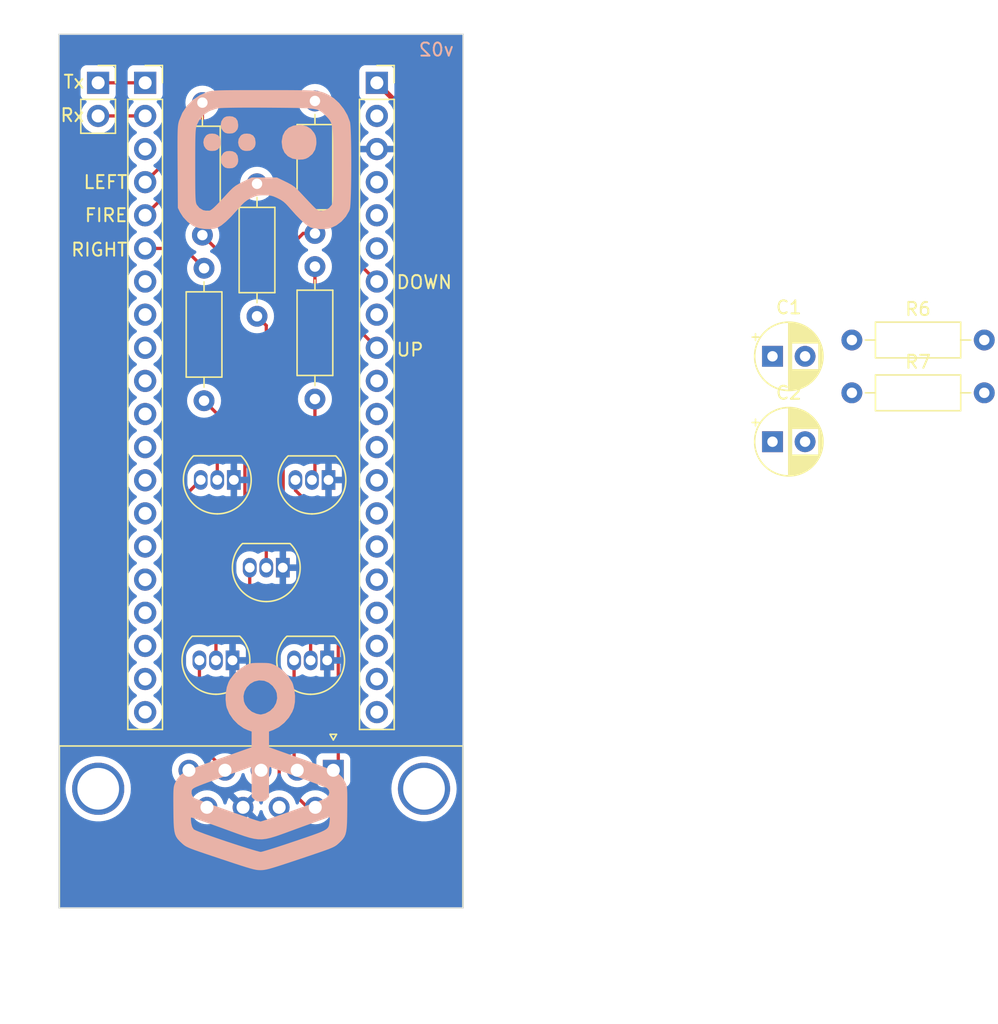
<source format=kicad_pcb>
(kicad_pcb (version 20240108) (generator "pcbnew") (generator_version "8.0")
  (title_block (title "USB Controller to C64") (date "2023-11-26") (rev "v02"))
  (layers (0 "F.Cu" signal) (31 "B.Cu" signal) (34 "B.Paste" user) (35 "F.Paste" user) (36 "B.SilkS" user "B.Silkscreen") (37 "F.SilkS" user "F.Silkscreen") (38 "B.Mask" user) (39 "F.Mask" user) (44 "Edge.Cuts" user))
  (net 0 "")
  (net 1 "GND")
  (net 2 "Net-(Q1-B)")
  (net 3 "Net-(Q2-B)")
  (net 4 "Net-(Q3-B)")
  (net 5 "Net-(Q4-B)")
  (net 6 "Net-(Q5-B)")
  (net 7 "/TX")
  (net 8 "/RX")
  (net 32 "/VBUS")
  (net 33 "/UP")
  (net 34 "/DOWN")
  (net 35 "/LEFT")
  (net 36 "/RIGHT")
  (net 37 "/POTAY")
  (net 38 "Net-(J1-Pin_4)")
  (net 39 "Net-(J1-Pin_5)")
  (net 40 "Net-(J1-Pin_6)")
  (net 41 "Net-(J2-Pin_7)")
  (net 48 "Net-(J2-Pin_9)")
  (net 51 "/FIRE")
  (net 52 "/POTAX")
  (net 53 "/LOW_POTAY")
  (net 54 "/LOW_POTAX")
  (net 55 "Net-(D1-A)")
  (net 56 "/PWM_AY")
  (net 57 "/PWM_AX")
  (footprint "Connector_PinSocket_2.54mm:PinSocket_1x20_P2.54mm_Vertical" (layer "F.Cu") (at 146.61 93.726)
    (property "Reference" "J1" (hide yes))
    (property "Value" "Conn_01x20_Socket")
    (pad "1" thru_hole rect (at 0 0) (size 1.7 1.7) (drill 1) (layers "*.Cu" "*.Mask") (net 7 "/TX"))
    (pad "2" thru_hole oval (at 0 2.54) (size 1.7 1.7) (drill 1) (layers "*.Cu" "*.Mask") (net 8 "/RX"))
    (pad "3" thru_hole oval (at 0 5.08) (size 1.7 1.7) (drill 1) (layers "*.Cu" "*.Mask"))
    (pad "4" thru_hole oval (at 0 7.62) (size 1.7 1.7) (drill 1) (layers "*.Cu" "*.Mask") (net 38 "Net-(J1-Pin_4)"))
    (pad "5" thru_hole oval (at 0 10.16) (size 1.7 1.7) (drill 1) (layers "*.Cu" "*.Mask") (net 39 "Net-(J1-Pin_5)"))
    (pad "6" thru_hole oval (at 0 12.7) (size 1.7 1.7) (drill 1) (layers "*.Cu" "*.Mask") (net 40 "Net-(J1-Pin_6)"))
    (pad "7" thru_hole oval (at 0 15.24) (size 1.7 1.7) (drill 1) (layers "*.Cu" "*.Mask"))
    (pad "8" thru_hole oval (at 0 17.78) (size 1.7 1.7) (drill 1) (layers "*.Cu" "*.Mask"))
    (pad "9" thru_hole oval (at 0 20.32) (size 1.7 1.7) (drill 1) (layers "*.Cu" "*.Mask"))
    (pad "10" thru_hole oval (at 0 22.86) (size 1.7 1.7) (drill 1) (layers "*.Cu" "*.Mask"))
    (pad "11" thru_hole oval (at 0 25.4) (size 1.7 1.7) (drill 1) (layers "*.Cu" "*.Mask"))
    (pad "12" thru_hole oval (at 0 27.94) (size 1.7 1.7) (drill 1) (layers "*.Cu" "*.Mask"))
    (pad "13" thru_hole oval (at 0 30.48) (size 1.7 1.7) (drill 1) (layers "*.Cu" "*.Mask"))
    (pad "14" thru_hole oval (at 0 33.02) (size 1.7 1.7) (drill 1) (layers "*.Cu" "*.Mask"))
    (pad "15" thru_hole oval (at 0 35.56) (size 1.7 1.7) (drill 1) (layers "*.Cu" "*.Mask"))
    (pad "16" thru_hole oval (at 0 38.1) (size 1.7 1.7) (drill 1) (layers "*.Cu" "*.Mask"))
    (pad "17" thru_hole oval (at 0 40.64) (size 1.7 1.7) (drill 1) (layers "*.Cu" "*.Mask"))
    (pad "18" thru_hole oval (at 0 43.18) (size 1.7 1.7) (drill 1) (layers "*.Cu" "*.Mask"))
    (pad "19" thru_hole oval (at 0 45.72) (size 1.7 1.7) (drill 1) (layers "*.Cu" "*.Mask"))
    (pad "20" thru_hole oval (at 0 48.26) (size 1.7 1.7) (drill 1) (layers "*.Cu" "*.Mask"))
  )
  (footprint "Capacitor_THT:CP_Radial_D5.0mm_P2.50mm" (layer "F.Cu") (at 194.749775 114.7)
    (property "Reference" "C1" (at 1.25 -3.75 0) (layer "F.SilkS"))
    (property "Value" "39pF")
    (pad "1" thru_hole rect (at 0 0) (size 1.6 1.6) (drill 0.8) (layers "*.Cu" "*.Mask") (net 53 "/LOW_POTAY"))
    (pad "2" thru_hole circle (at 2.5 0) (size 1.6 1.6) (drill 0.8) (layers "*.Cu" "*.Mask") (net 1 "GND"))
  )
  (footprint "Package_TO_SOT_THT:TO-92_Inline" (layer "F.Cu") (at 160.6804 124.185 180)
    (property "Reference" "Q5" (hide yes))
    (property "Value" "PN2222A")
    (pad "1" thru_hole rect (at 0 0 180) (size 1.05 1.5) (drill 0.75) (layers "*.Cu" "*.Mask") (net 1 "GND"))
    (pad "2" thru_hole oval (at 1.27 0 180) (size 1.05 1.5) (drill 0.75) (layers "*.Cu" "*.Mask") (net 6 "Net-(Q5-B)"))
    (pad "3" thru_hole oval (at 2.54 0 180) (size 1.05 1.5) (drill 0.75) (layers "*.Cu" "*.Mask") (net 33 "/UP"))
  )
  (footprint "Resistor_THT:R_Axial_DIN0207_L6.3mm_D2.5mm_P10.16mm_Horizontal" (layer "F.Cu") (at 200.84 113.45)
    (property "Reference" "R6" (at 5.08 -2.37 0) (layer "F.SilkS"))
    (property "Value" "1K")
    (pad "1" thru_hole circle (at 0 0) (size 1.6 1.6) (drill 0.8) (layers "*.Cu" "*.Mask") (net 56 "/PWM_AY"))
    (pad "2" thru_hole oval (at 10.16 0) (size 1.6 1.6) (drill 0.8) (layers "*.Cu" "*.Mask") (net 53 "/LOW_POTAY"))
  )
  (footprint "Package_TO_SOT_THT:TO-92_Inline" (layer "F.Cu") (at 153.416 124.1806 180)
    (property "Reference" "Q3" (hide yes))
    (property "Value" "PN2222A")
    (pad "1" thru_hole rect (at 0 0 180) (size 1.05 1.5) (drill 0.75) (layers "*.Cu" "*.Mask") (net 1 "GND"))
    (pad "2" thru_hole oval (at 1.27 0 180) (size 1.05 1.5) (drill 0.75) (layers "*.Cu" "*.Mask") (net 4 "Net-(Q3-B)"))
    (pad "3" thru_hole oval (at 2.54 0 180) (size 1.05 1.5) (drill 0.75) (layers "*.Cu" "*.Mask") (net 36 "/RIGHT"))
  )
  (footprint "Resistor_THT:R_Axial_DIN0207_L6.3mm_D2.5mm_P10.16mm_Horizontal" (layer "F.Cu") (at 155.194 101.4686 -90)
    (property "Reference" "R2" (hide yes))
    (property "Value" "22K")
    (pad "1" thru_hole circle (at 0 0 270) (size 1.6 1.6) (drill 0.8) (layers "*.Cu" "*.Mask") (net 39 "Net-(J1-Pin_5)"))
    (pad "2" thru_hole oval (at 10.16 0 270) (size 1.6 1.6) (drill 0.8) (layers "*.Cu" "*.Mask") (net 3 "Net-(Q2-B)"))
  )
  (footprint "Package_TO_SOT_THT:TO-92_Inline" (layer "F.Cu") (at 153.3144 138.0148 180)
    (property "Reference" "Q1" (hide yes))
    (property "Value" "PN2222A")
    (pad "1" thru_hole rect (at 0 0 180) (size 1.05 1.5) (drill 0.75) (layers "*.Cu" "*.Mask") (net 1 "GND"))
    (pad "2" thru_hole oval (at 1.27 0 180) (size 1.05 1.5) (drill 0.75) (layers "*.Cu" "*.Mask") (net 2 "Net-(Q1-B)"))
    (pad "3" thru_hole oval (at 2.54 0 180) (size 1.05 1.5) (drill 0.75) (layers "*.Cu" "*.Mask") (net 35 "/LEFT"))
  )
  (footprint "Connector_Dsub:DSUB-9_Female_Horizontal_P2.77x2.84mm_EdgePinOffset7.70mm_Housed_MountingHolesOffset9.12mm" (layer "F.Cu") (at 161.0488 146.442869)
    (property "Reference" "J6" (hide yes))
    (property "Value" "DE9_Receptacle")
    (pad "0" thru_hole circle (at -18.04 1.42) (size 4 4) (drill 3.2) (layers "*.Cu" "*.Mask"))
    (pad "0" thru_hole circle (at 6.96 1.42) (size 4 4) (drill 3.2) (layers "*.Cu" "*.Mask"))
    (pad "1" thru_hole rect (at 0 0) (size 1.6 1.6) (drill 1) (layers "*.Cu" "*.Mask") (net 33 "/UP"))
    (pad "2" thru_hole circle (at -2.77 0) (size 1.6 1.6) (drill 1) (layers "*.Cu" "*.Mask") (net 34 "/DOWN"))
    (pad "3" thru_hole circle (at -5.54 0) (size 1.6 1.6) (drill 1) (layers "*.Cu" "*.Mask") (net 35 "/LEFT"))
    (pad "4" thru_hole circle (at -8.31 0) (size 1.6 1.6) (drill 1) (layers "*.Cu" "*.Mask") (net 36 "/RIGHT"))
    (pad "5" thru_hole circle (at -11.08 0) (size 1.6 1.6) (drill 1) (layers "*.Cu" "*.Mask") (net 37 "/POTAY"))
    (pad "6" thru_hole circle (at -1.385 2.84) (size 1.6 1.6) (drill 1) (layers "*.Cu" "*.Mask") (net 51 "/FIRE"))
    (pad "7" thru_hole circle (at -4.155 2.84) (size 1.6 1.6) (drill 1) (layers "*.Cu" "*.Mask") (net 55 "Net-(D1-A)"))
    (pad "8" thru_hole circle (at -6.925 2.84) (size 1.6 1.6) (drill 1) (layers "*.Cu" "*.Mask") (net 1 "GND"))
    (pad "9" thru_hole circle (at -9.695 2.84) (size 1.6 1.6) (drill 1) (layers "*.Cu" "*.Mask") (net 52 "/POTAX"))
  )
  (footprint "Resistor_THT:R_Axial_DIN0207_L6.3mm_D2.5mm_P10.16mm_Horizontal" (layer "F.Cu") (at 151.003 95.2456 -90)
    (property "Reference" "R1" (hide yes))
    (property "Value" "22K")
    (pad "1" thru_hole circle (at 0 0 270) (size 1.6 1.6) (drill 0.8) (layers "*.Cu" "*.Mask") (net 38 "Net-(J1-Pin_4)"))
    (pad "2" thru_hole oval (at 10.16 0 270) (size 1.6 1.6) (drill 0.8) (layers "*.Cu" "*.Mask") (net 2 "Net-(Q1-B)"))
  )
  (footprint "Resistor_THT:R_Axial_DIN0207_L6.3mm_D2.5mm_P10.16mm_Horizontal" (layer "F.Cu") (at 200.84 117.5)
    (property "Reference" "R7" (at 5.08 -2.37 0) (layer "F.SilkS"))
    (property "Value" "1K")
    (pad "1" thru_hole circle (at 0 0) (size 1.6 1.6) (drill 0.8) (layers "*.Cu" "*.Mask") (net 57 "/PWM_AX"))
    (pad "2" thru_hole oval (at 10.16 0) (size 1.6 1.6) (drill 0.8) (layers "*.Cu" "*.Mask") (net 54 "/LOW_POTAX"))
  )
  (footprint "Resistor_THT:R_Axial_DIN0207_L6.3mm_D2.5mm_P10.16mm_Horizontal" (layer "F.Cu") (at 151.13 107.9456 -90)
    (property "Reference" "R3" (hide yes))
    (property "Value" "22K")
    (pad "1" thru_hole circle (at 0 0 270) (size 1.6 1.6) (drill 0.8) (layers "*.Cu" "*.Mask") (net 40 "Net-(J1-Pin_6)"))
    (pad "2" thru_hole oval (at 10.16 0 270) (size 1.6 1.6) (drill 0.8) (layers "*.Cu" "*.Mask") (net 4 "Net-(Q3-B)"))
  )
  (footprint "Package_TO_SOT_THT:TO-92_Inline" (layer "F.Cu") (at 157.1752 130.9072 180)
    (property "Reference" "Q2" (hide yes))
    (property "Value" "PN2222A")
    (pad "1" thru_hole rect (at 0 0 180) (size 1.05 1.5) (drill 0.75) (layers "*.Cu" "*.Mask") (net 1 "GND"))
    (pad "2" thru_hole oval (at 1.27 0 180) (size 1.05 1.5) (drill 0.75) (layers "*.Cu" "*.Mask") (net 3 "Net-(Q2-B)"))
    (pad "3" thru_hole oval (at 2.54 0 180) (size 1.05 1.5) (drill 0.75) (layers "*.Cu" "*.Mask") (net 51 "/FIRE"))
  )
  (footprint "Resistor_THT:R_Axial_DIN0207_L6.3mm_D2.5mm_P10.16mm_Horizontal" (layer "F.Cu") (at 159.639 95.1186 -90)
    (property "Reference" "R4" (hide yes))
    (property "Value" "22K")
    (pad "1" thru_hole circle (at 0 0 270) (size 1.6 1.6) (drill 0.8) (layers "*.Cu" "*.Mask") (net 41 "Net-(J2-Pin_7)"))
    (pad "2" thru_hole oval (at 10.16 0 270) (size 1.6 1.6) (drill 0.8) (layers "*.Cu" "*.Mask") (net 5 "Net-(Q4-B)"))
  )
  (footprint "Resistor_THT:R_Axial_DIN0207_L6.3mm_D2.5mm_P10.16mm_Horizontal" (layer "F.Cu") (at 159.639 107.8186 -90)
    (property "Reference" "R5" (hide yes))
    (property "Value" "22K")
    (pad "1" thru_hole circle (at 0 0 270) (size 1.6 1.6) (drill 0.8) (layers "*.Cu" "*.Mask") (net 48 "Net-(J2-Pin_9)"))
    (pad "2" thru_hole oval (at 10.16 0 270) (size 1.6 1.6) (drill 0.8) (layers "*.Cu" "*.Mask") (net 6 "Net-(Q5-B)"))
  )
  (footprint "Package_TO_SOT_THT:TO-92_Inline" (layer "F.Cu") (at 160.5788 138.0192 180)
    (property "Reference" "Q4" (hide yes))
    (property "Value" "PN2222A")
    (pad "1" thru_hole rect (at 0 0 180) (size 1.05 1.5) (drill 0.75) (layers "*.Cu" "*.Mask") (net 1 "GND"))
    (pad "2" thru_hole oval (at 1.27 0 180) (size 1.05 1.5) (drill 0.75) (layers "*.Cu" "*.Mask") (net 5 "Net-(Q4-B)"))
    (pad "3" thru_hole oval (at 2.54 0 180) (size 1.05 1.5) (drill 0.75) (layers "*.Cu" "*.Mask") (net 34 "/DOWN"))
  )
  (footprint "Connector_PinSocket_2.54mm:PinSocket_1x02_P2.54mm_Vertical" (layer "F.Cu") (at 143.002 93.726)
    (property "Reference" "J5" (hide yes))
    (property "Value" "Conn_01x02_Socket")
    (pad "1" thru_hole rect (at 0 0) (size 1.7 1.7) (drill 1) (layers "*.Cu" "*.Mask") (net 7 "/TX"))
    (pad "2" thru_hole oval (at 0 2.54) (size 1.7 1.7) (drill 1) (layers "*.Cu" "*.Mask") (net 8 "/RX"))
  )
  (footprint "Capacitor_THT:CP_Radial_D5.0mm_P2.50mm" (layer "F.Cu") (at 194.749775 121.25)
    (property "Reference" "C2" (at 1.25 -3.75 0) (layer "F.SilkS"))
    (property "Value" "39pF")
    (pad "1" thru_hole rect (at 0 0) (size 1.6 1.6) (drill 0.8) (layers "*.Cu" "*.Mask") (net 54 "/LOW_POTAX"))
    (pad "2" thru_hole circle (at 2.5 0) (size 1.6 1.6) (drill 0.8) (layers "*.Cu" "*.Mask") (net 1 "GND"))
  )
  (footprint "Connector_PinSocket_2.54mm:PinSocket_1x20_P2.54mm_Vertical" (layer "F.Cu") (at 164.39 93.726)
    (property "Reference" "J2" (hide yes))
    (property "Value" "Conn_01x20_Socket")
    (pad "1" thru_hole rect (at 0 0) (size 1.7 1.7) (drill 1) (layers "*.Cu" "*.Mask") (net 32 "/VBUS"))
    (pad "2" thru_hole oval (at 0 2.54) (size 1.7 1.7) (drill 1) (layers "*.Cu" "*.Mask"))
    (pad "3" thru_hole oval (at 0 5.08) (size 1.7 1.7) (drill 1) (layers "*.Cu" "*.Mask") (net 1 "GND"))
    (pad "4" thru_hole oval (at 0 7.62) (size 1.7 1.7) (drill 1) (layers "*.Cu" "*.Mask"))
    (pad "5" thru_hole oval (at 0 10.16) (size 1.7 1.7) (drill 1) (layers "*.Cu" "*.Mask"))
    (pad "6" thru_hole oval (at 0 12.7) (size 1.7 1.7) (drill 1) (layers "*.Cu" "*.Mask"))
    (pad "7" thru_hole oval (at 0 15.24) (size 1.7 1.7) (drill 1) (layers "*.Cu" "*.Mask") (net 41 "Net-(J2-Pin_7)"))
    (pad "8" thru_hole oval (at 0 17.78) (size 1.7 1.7) (drill 1) (layers "*.Cu" "*.Mask"))
    (pad "9" thru_hole oval (at 0 20.32) (size 1.7 1.7) (drill 1) (layers "*.Cu" "*.Mask") (net 48 "Net-(J2-Pin_9)"))
    (pad "10" thru_hole oval (at 0 22.86) (size 1.7 1.7) (drill 1) (layers "*.Cu" "*.Mask"))
    (pad "11" thru_hole oval (at 0 25.4) (size 1.7 1.7) (drill 1) (layers "*.Cu" "*.Mask"))
    (pad "12" thru_hole oval (at 0 27.94) (size 1.7 1.7) (drill 1) (layers "*.Cu" "*.Mask"))
    (pad "13" thru_hole oval (at 0 30.48) (size 1.7 1.7) (drill 1) (layers "*.Cu" "*.Mask"))
    (pad "14" thru_hole oval (at 0 33.02) (size 1.7 1.7) (drill 1) (layers "*.Cu" "*.Mask"))
    (pad "15" thru_hole oval (at 0 35.56) (size 1.7 1.7) (drill 1) (layers "*.Cu" "*.Mask"))
    (pad "16" thru_hole oval (at 0 38.1) (size 1.7 1.7) (drill 1) (layers "*.Cu" "*.Mask"))
    (pad "17" thru_hole oval (at 0 40.64) (size 1.7 1.7) (drill 1) (layers "*.Cu" "*.Mask"))
    (pad "18" thru_hole oval (at 0 43.18) (size 1.7 1.7) (drill 1) (layers "*.Cu" "*.Mask"))
    (pad "19" thru_hole oval (at 0 45.72) (size 1.7 1.7) (drill 1) (layers "*.Cu" "*.Mask"))
    (pad "20" thru_hole oval (at 0 48.26) (size 1.7 1.7) (drill 1) (layers "*.Cu" "*.Mask"))
  )
  (footprint "LOGO" (layer "B.Cu") (at 155.7528 99.6188 180)
    (property "Reference" "G***" (hide yes))
    (property "Value" "LOGO" (hide yes))
  )
  (footprint "LOGO" (layer "B.Cu") (at 155.448 146.177 180)
    (property "Reference" "G***" (hide yes))
    (property "Value" "LOGO" (hide yes))
  )
  (gr_line (start 140 157) (end 140 90) (stroke (width 0.1)) (layer "Edge.Cuts"))
  (gr_line (start 171 90) (end 171 157) (stroke (width 0.1)) (layer "Edge.Cuts"))
  (gr_line (start 140 90) (end 171 90) (stroke (width 0.1)) (layer "Edge.Cuts"))
  (gr_line (start 171 157) (end 140 157) (stroke (width 0.1)) (layer "Edge.Cuts"))
  (gr_text "v02" (at 170.3832 91.7702 0) (layer "B.SilkS") (effects (font (size 1 1)) (justify left bottom mirror)))
  (gr_text "RIGHT" (at 140.843 107.1118 0) (layer "F.SilkS") (effects (font (size 1 1)) (justify left bottom)))
  (gr_text "UP" (at 165.8112 114.7826 0) (layer "F.SilkS") (effects (font (size 1 1)) (justify left bottom)))
  (gr_text "Rx" (at 140.020705 96.7994 0) (layer "F.SilkS") (effects (font (size 1 1)) (justify left bottom)))
  (gr_text "Tx" (at 140.2588 94.234 0) (layer "F.SilkS") (effects (font (size 1 1)) (justify left bottom)))
  (gr_text "DOWN" (at 165.8112 109.601 0) (layer "F.SilkS") (effects (font (size 1 1)) (justify left bottom)))
  (gr_text "LEFT" (at 141.79538 101.9302 0) (layer "F.SilkS") (effects (font (size 1 1)) (justify left bottom)))
  (gr_text "FIRE" (at 141.890619 104.4702 0) (layer "F.SilkS") (effects (font (size 1 1)) (justify left bottom)))
  (segment (start 154.266 125.769) (end 154.266 113.9562) (width 0.25) (layer "F.Cu") (net 2))
  (segment (start 152.0444 138.0148) (end 152.0444 127.9906) (width 0.25) (layer "F.Cu") (net 2))
  (segment (start 152.0444 127.9906) (end 154.266 125.769) (width 0.25) (layer "F.Cu") (net 2))
  (segment (start 154.266 113.9562) (end 153.0858 112.776) (width 0.25) (layer "F.Cu") (net 2))
  (segment (start 153.0858 107.4884) (end 151.003 105.4056) (width 0.25) (layer "F.Cu") (net 2))
  (segment (start 153.0858 112.776) (end 153.0858 107.4884) (width 0.25) (layer "F.Cu") (net 2))
  (segment (start 155.9052 112.3398) (end 155.194 111.6286) (width 0.25) (layer "F.Cu") (net 3))
  (segment (start 155.9052 130.9072) (end 155.9052 112.3398) (width 0.25) (layer "F.Cu") (net 3))
  (segment (start 152.146 119.1216) (end 152.146 124.1806) (width 0.25) (layer "F.Cu") (net 4))
  (segment (start 151.13 118.1056) (end 152.146 119.1216) (width 0.25) (layer "F.Cu") (net 4))
  (segment (start 157.2006 126.7714) (end 157.2006 106.807) (width 0.25) (layer "F.Cu") (net 5))
  (segment (start 157.2006 106.807) (end 158.729 105.2786) (width 0.25) (layer "F.Cu") (net 5))
  (segment (start 159.3088 138.0192) (end 159.3088 128.8796) (width 0.25) (layer "F.Cu") (net 5))
  (segment (start 159.3088 128.8796) (end 157.2006 126.7714) (width 0.25) (layer "F.Cu") (net 5))
  (segment (start 158.729 105.2786) (end 159.639 105.2786) (width 0.25) (layer "F.Cu") (net 5))
  (segment (start 159.639 117.9786) (end 159.639 123.9564) (width 0.25) (layer "F.Cu") (net 6))
  (segment (start 159.639 123.9564) (end 159.4104 124.185) (width 0.25) (layer "F.Cu") (net 6))
  (segment (start 146.61 93.726) (end 143.002 93.726) (width 0.25) (layer "F.Cu") (net 7))
  (segment (start 146.61 96.266) (end 143.002 96.266) (width 0.25) (layer "F.Cu") (net 8))
  (segment (start 158.639331 151.0284) (end 160.655 151.0284) (width 0.4) (layer "F.Cu") (net 32))
  (segment (start 160.655 151.0284) (end 167.0558 144.6276) (width 0.4) (layer "F.Cu") (net 32))
  (segment (start 167.0558 144.6276) (end 167.0558 96.3918) (width 0.4) (layer "F.Cu") (net 32))
  (segment (start 167.0558 96.3918) (end 164.39 93.726) (width 0.4) (layer "F.Cu") (net 32))
  (segment (start 156.8938 149.282869) (end 158.639331 151.0284) (width 0.4) (layer "F.Cu") (net 32))
  (segment (start 158.1404 124.975686) (end 161.4288 128.264086) (width 0.25) (layer "F.Cu") (net 33))
  (segment (start 158.1404 124.185) (end 158.1404 124.975686) (width 0.25) (layer "F.Cu") (net 33))
  (segment (start 161.4288 128.264086) (end 161.4288 146.062869) (width 0.25) (layer "F.Cu") (net 33))
  (segment (start 161.4288 146.062869) (end 161.0488 146.442869) (width 0.25) (layer "F.Cu") (net 33))
  (segment (start 158.0388 146.202869) (end 158.2788 146.442869) (width 0.25) (layer "F.Cu") (net 34))
  (segment (start 158.0388 138.0192) (end 158.0388 146.202869) (width 0.25) (layer "F.Cu") (net 34))
  (segment (start 150.7744 138.0148) (end 150.7744 141.708469) (width 0.25) (layer "F.Cu") (net 35))
  (segment (start 150.7744 141.708469) (end 155.5088 146.442869) (width 0.25) (layer "F.Cu") (net 35))
  (segment (start 150.876 124.1806) (end 149.098 125.9586) (width 0.25) (layer "F.Cu") (net 36))
  (segment (start 149.098 142.802069) (end 152.7388 146.442869) (width 0.25) (layer "F.Cu") (net 36))
  (segment (start 149.098 125.9586) (end 149.098 142.802069) (width 0.25) (layer "F.Cu") (net 36))
  (segment (start 151.003 96.953) (end 151.003 95.2456) (width 0.25) (layer "F.Cu") (net 38))
  (segment (start 146.61 101.346) (end 151.003 96.953) (width 0.25) (layer "F.Cu") (net 38))
  (segment (start 146.61 103.886) (end 147.88 102.616) (width 0.25) (layer "F.Cu") (net 39))
  (segment (start 154.0466 102.616) (end 155.194 101.4686) (width 0.25) (layer "F.Cu") (net 39))
  (segment (start 147.88 102.616) (end 154.0466 102.616) (width 0.25) (layer "F.Cu") (net 39))
  (segment (start 149.6104 106.426) (end 151.13 107.9456) (width 0.25) (layer "F.Cu") (net 40))
  (segment (start 146.61 106.426) (end 149.6104 106.426) (width 0.25) (layer "F.Cu") (net 40))
  (segment (start 162.5092 97.9888) (end 162.5092 107.0852) (width 0.25) (layer "F.Cu") (net 41))
  (segment (start 162.5092 107.0852) (end 164.39 108.966) (width 0.25) (layer "F.Cu") (net 41))
  (segment (start 159.639 95.1186) (end 162.5092 97.9888) (width 0.25) (layer "F.Cu") (net 41))
  (segment (start 159.639 109.295) (end 164.39 114.046) (width 0.25) (layer "F.Cu") (net 48))
  (segment (start 159.639 107.8186) (end 159.639 109.295) (width 0.25) (layer "F.Cu") (net 48))
  (segment (start 156.8958 145.1356) (end 156.8958 147.1168) (width 0.25) (layer "F.Cu") (net 51))
  (segment (start 154.6352 130.9072) (end 154.6352 142.875) (width 0.25) (layer "F.Cu") (net 51))
  (segment (start 158.960269 149.282869) (end 159.6638 149.282869) (width 0.25) (layer "F.Cu") (net 51))
  (segment (start 154.6352 142.875) (end 156.8958 145.1356) (width 0.25) (layer "F.Cu") (net 51))
  (segment (start 159.061869 149.282869) (end 159.6638 149.282869) (width 0.25) (layer "F.Cu") (net 51))
  (segment (start 156.8958 147.1168) (end 159.061869 149.282869) (width 0.25) (layer "F.Cu") (net 51))
  (zone (net 1) (net_name "GND") (layer "B.Cu") (connect_pads (clearance 0.5)) (min_thickness 0.25) (fill yes (thermal_gap 0.5) (thermal_bridge_width 0.5))
    (polygon (pts (xy 138.7094 159.639) (xy 138.7094 87.376) (xy 165.735 87.376) (xy 172.466 88.773) (xy 173.2026 150.7236) (xy 175.2092 161.5694) (xy 138.7602 160.8836)))
  )
)
</source>
